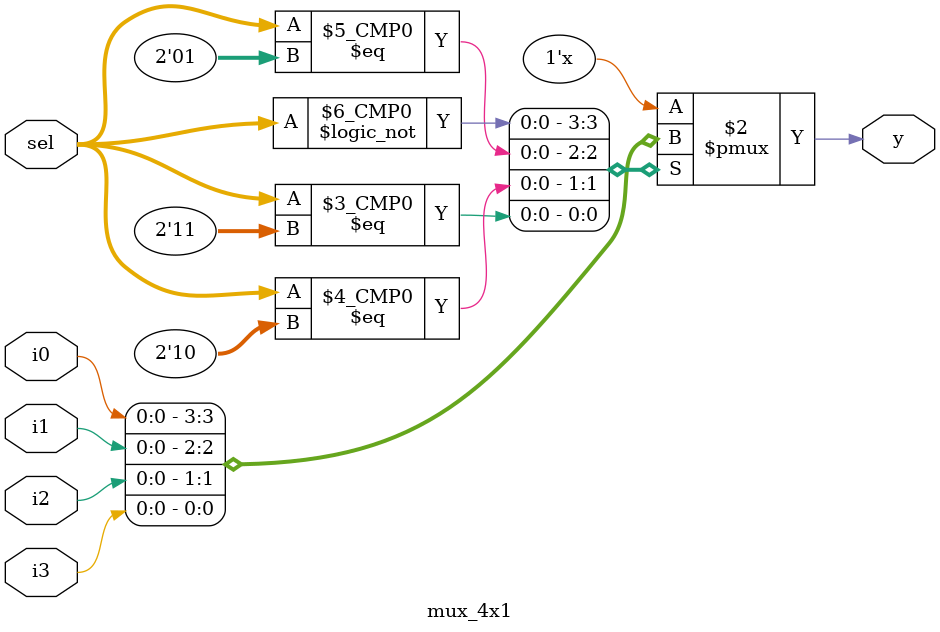
<source format=v>
module mux_4x1(input [1:0]sel,
 input i0,i1,i2,i3,
 output reg y);
    
    always@(*) begin
        case(sel)
            2'b00: y = i0;
            2'b01: y = i1;
            2'b10: y = i2;
            2'b11: y = i3;
            default: $display("Invalid select input");
        endcase
    end
  
endmodule

</source>
